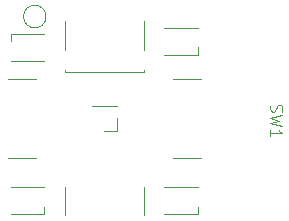
<source format=gbr>
%TF.GenerationSoftware,KiCad,Pcbnew,7.0.6*%
%TF.CreationDate,2023-08-27T19:49:05-04:00*%
%TF.ProjectId,miniclick,6d696e69-636c-4696-936b-2e6b69636164,rev?*%
%TF.SameCoordinates,Original*%
%TF.FileFunction,Legend,Top*%
%TF.FilePolarity,Positive*%
%FSLAX46Y46*%
G04 Gerber Fmt 4.6, Leading zero omitted, Abs format (unit mm)*
G04 Created by KiCad (PCBNEW 7.0.6) date 2023-08-27 19:49:05*
%MOMM*%
%LPD*%
G01*
G04 APERTURE LIST*
%ADD10C,0.100000*%
%ADD11C,0.120000*%
G04 APERTURE END LIST*
D10*
X162090200Y-95866667D02*
X162042580Y-96009524D01*
X162042580Y-96009524D02*
X162042580Y-96247619D01*
X162042580Y-96247619D02*
X162090200Y-96342857D01*
X162090200Y-96342857D02*
X162137819Y-96390476D01*
X162137819Y-96390476D02*
X162233057Y-96438095D01*
X162233057Y-96438095D02*
X162328295Y-96438095D01*
X162328295Y-96438095D02*
X162423533Y-96390476D01*
X162423533Y-96390476D02*
X162471152Y-96342857D01*
X162471152Y-96342857D02*
X162518771Y-96247619D01*
X162518771Y-96247619D02*
X162566390Y-96057143D01*
X162566390Y-96057143D02*
X162614009Y-95961905D01*
X162614009Y-95961905D02*
X162661628Y-95914286D01*
X162661628Y-95914286D02*
X162756866Y-95866667D01*
X162756866Y-95866667D02*
X162852104Y-95866667D01*
X162852104Y-95866667D02*
X162947342Y-95914286D01*
X162947342Y-95914286D02*
X162994961Y-95961905D01*
X162994961Y-95961905D02*
X163042580Y-96057143D01*
X163042580Y-96057143D02*
X163042580Y-96295238D01*
X163042580Y-96295238D02*
X162994961Y-96438095D01*
X163042580Y-96771429D02*
X162042580Y-97009524D01*
X162042580Y-97009524D02*
X162756866Y-97200000D01*
X162756866Y-97200000D02*
X162042580Y-97390476D01*
X162042580Y-97390476D02*
X163042580Y-97628572D01*
X162042580Y-98533333D02*
X162042580Y-97961905D01*
X162042580Y-98247619D02*
X163042580Y-98247619D01*
X163042580Y-98247619D02*
X162899723Y-98152381D01*
X162899723Y-98152381D02*
X162804485Y-98057143D01*
X162804485Y-98057143D02*
X162756866Y-97961905D01*
D11*
%TO.C,J4*%
X149060000Y-95940000D02*
X146940000Y-95940000D01*
X149060000Y-96000000D02*
X149060000Y-95940000D01*
X149060000Y-98060000D02*
X148000000Y-98060000D01*
X149060000Y-96000000D02*
X146940000Y-96000000D01*
X146940000Y-96000000D02*
X146940000Y-95940000D01*
X149060000Y-97000000D02*
X149060000Y-98060000D01*
%TO.C,SW5*%
X151350000Y-93100000D02*
X151350000Y-92900000D01*
X151350000Y-91200000D02*
X151350000Y-88800000D01*
X144650000Y-93100000D02*
X151350000Y-93100000D01*
X144650000Y-93100000D02*
X144650000Y-92900000D01*
X144650000Y-91200000D02*
X144650000Y-88800000D01*
%TO.C,SW2*%
X144650000Y-102800000D02*
X144650000Y-105200000D01*
X151350000Y-102800000D02*
X151350000Y-105200000D01*
%TO.C,TP6*%
X143050000Y-88400000D02*
G75*
G03*
X143050000Y-88400000I-950000J0D01*
G01*
%TO.C,D5*%
X155920000Y-91650000D02*
X155920000Y-91000000D01*
X155920000Y-91650000D02*
X153080000Y-91650000D01*
X155920000Y-89350000D02*
X153080000Y-89350000D01*
%TO.C,SW1*%
X156200000Y-93650000D02*
X153800000Y-93650000D01*
X156200000Y-100350000D02*
X153800000Y-100350000D01*
%TO.C,SW3*%
X139800000Y-100350000D02*
X142200000Y-100350000D01*
X139800000Y-93650000D02*
X142200000Y-93650000D01*
%TO.C,D3*%
X142920000Y-105150000D02*
X142920000Y-104500000D01*
X142920000Y-105150000D02*
X140080000Y-105150000D01*
X142920000Y-102850000D02*
X140080000Y-102850000D01*
%TO.C,D2*%
X140080000Y-89850000D02*
X140080000Y-90500000D01*
X140080000Y-89850000D02*
X142920000Y-89850000D01*
X140080000Y-92150000D02*
X142920000Y-92150000D01*
%TO.C,D4*%
X155920000Y-105150000D02*
X155920000Y-104500000D01*
X155920000Y-105150000D02*
X153080000Y-105150000D01*
X155920000Y-102850000D02*
X153080000Y-102850000D01*
%TD*%
M02*

</source>
